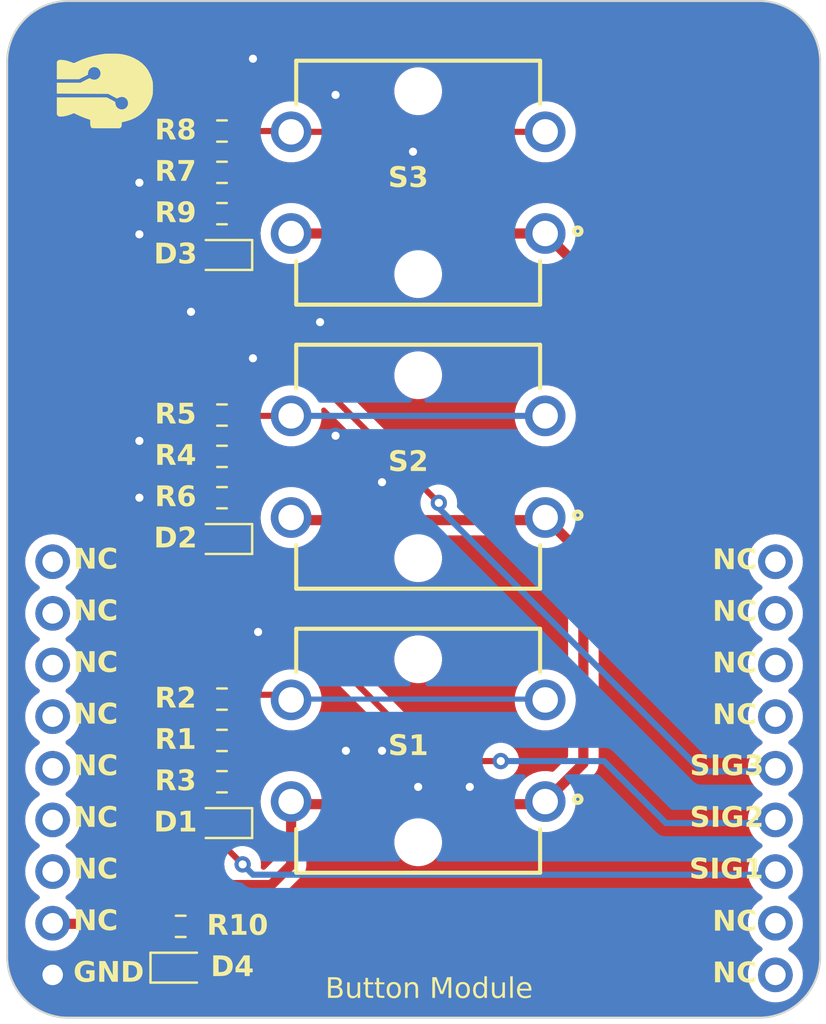
<source format=kicad_pcb>
(kicad_pcb (version 20240108) (generator "pcbnew") (generator_version "8.0")
  (layers (0 "F.Cu" signal) (31 "B.Cu" signal) (34 "B.Paste" user) (35 "F.Paste" user) (36 "B.SilkS" user "B.Silkscreen") (37 "F.SilkS" user "F.Silkscreen") (38 "B.Mask" user) (39 "F.Mask" user) (44 "Edge.Cuts" user))
  (net 0 "")
  (net 1 "GND")
  (net 2 "Net-(D1-A)")
  (net 3 "Net-(D2-A)")
  (net 4 "Net-(D3-A)")
  (net 5 "Net-(D4-A)")
  (net 6 "Net-(S1-COM_2)")
  (net 7 "SIG1")
  (net 8 "Net-(S2-COM_2)")
  (net 9 "SIG2")
  (net 10 "Net-(S3-COM_2)")
  (net 11 "SIG3")
  (net 12 "+3V3")
  (footprint "LED_SMD:LED_0603_1608Metric" (layer "F.Cu") (at 67.818 88.646 180)
    (property "Reference" "D1" (at 2.286 0 0) (layer "F.SilkS") (effects (font (thickness 0.15) (bold yes))))
    (property "Value" "LED")
    (fp_line (start 0.8 -0.735) (end -1.485 -0.735) (stroke (width 0.12)) (layer "F.SilkS"))
    (fp_line (start -1.485 0.735) (end 0.8 0.735) (stroke (width 0.12)) (layer "F.SilkS"))
    (fp_line (start -1.485 -0.735) (end -1.485 0.735) (stroke (width 0.12)) (layer "F.SilkS"))
    (pad "1" smd roundrect (at -0.7875 0 180) (size 0.875 0.95) (layers "F.Cu" "F.Paste" "F.Mask") (net 1 "GND"))
    (pad "2" smd roundrect (at 0.7875 0 180) (size 0.875 0.95) (layers "F.Cu" "F.Paste" "F.Mask") (net 2 "Net-(D1-A)"))
  )
  (footprint "Resistor_SMD:R_0603_1608Metric" (layer "F.Cu") (at 67.818 58.674 180)
    (property "Reference" "R9" (at 2.286 0 0) (layer "F.SilkS") (effects (font (thickness 0.15) (bold yes))))
    (property "Value" "1k")
    (fp_line (start -0.237258 0.5225) (end 0.237258 0.5225) (stroke (width 0.12)) (layer "F.SilkS"))
    (fp_line (start -0.237258 -0.5225) (end 0.237258 -0.5225) (stroke (width 0.12)) (layer "F.SilkS"))
    (pad "1" smd roundrect (at -0.825 0 180) (size 0.8 0.95) (layers "F.Cu" "F.Paste" "F.Mask") (net 10 "Net-(S3-COM_2)"))
    (pad "2" smd roundrect (at 0.825 0 180) (size 0.8 0.95) (layers "F.Cu" "F.Paste" "F.Mask") (net 11 "SIG3"))
  )
  (footprint "Resistor_SMD:R_0603_1608Metric" (layer "F.Cu") (at 67.818 72.644 180)
    (property "Reference" "R6" (at 2.286 0 0) (layer "F.SilkS") (effects (font (thickness 0.15) (bold yes))))
    (property "Value" "1k")
    (fp_line (start -0.237258 0.5225) (end 0.237258 0.5225) (stroke (width 0.12)) (layer "F.SilkS"))
    (fp_line (start -0.237258 -0.5225) (end 0.237258 -0.5225) (stroke (width 0.12)) (layer "F.SilkS"))
    (pad "1" smd roundrect (at -0.825 0 180) (size 0.8 0.95) (layers "F.Cu" "F.Paste" "F.Mask") (net 8 "Net-(S2-COM_2)"))
    (pad "2" smd roundrect (at 0.825 0 180) (size 0.8 0.95) (layers "F.Cu" "F.Paste" "F.Mask") (net 9 "SIG2"))
  )
  (footprint "meminle:B3F-4055" (layer "F.Cu") (at 77.47 85.09)
    (property "Reference" "S1" (at -0.488 -0.204 0) (layer "F.SilkS") (effects (font (thickness 0.2) (bold yes))))
    (property "Value" "B3F-5050" (hide yes))
    (fp_line (start -6 -6) (end -6 -3.849) (stroke (width 0.2)) (layer "F.SilkS"))
    (fp_line (start -6 -6) (end 6 -6) (stroke (width 0.2)) (layer "F.SilkS"))
    (fp_line (start -6 6) (end -6 3.849) (stroke (width 0.2)) (layer "F.SilkS"))
    (fp_line (start 6 -6) (end 6 -3.849) (stroke (width 0.2)) (layer "F.SilkS"))
    (fp_line (start 6 6) (end -6 6) (stroke (width 0.2)) (layer "F.SilkS"))
    (fp_line (start 6 6) (end 6 3.849) (stroke (width 0.2)) (layer "F.SilkS"))
    (fp_circle (center 7.855 2.384) (end 7.855 2.466) (stroke (width 0.2)) (fill none) (layer "F.SilkS"))
    (pad "" np_thru_hole circle (at 0 -4.5) (size 1.85 1.85) (drill 1.85) (layers "*.Cu" "*.Mask"))
    (pad "" np_thru_hole circle (at 0 4.5) (size 1.85 1.85) (drill 1.85) (layers "*.Cu" "*.Mask"))
    (pad "1" thru_hole circle (at 6.25 2.5) (size 2 2) (drill 1.25) (layers "*.Cu" "*.Mask") (net 12 "+3V3"))
    (pad "2" thru_hole circle (at 6.25 -2.5) (size 2 2) (drill 1.25) (layers "*.Cu" "*.Mask") (net 6 "Net-(S1-COM_2)"))
    (pad "3" thru_hole circle (at -6.25 2.5) (size 2 2) (drill 1.25) (layers "*.Cu" "*.Mask") (net 12 "+3V3"))
    (pad "4" thru_hole circle (at -6.25 -2.5) (size 2 2) (drill 1.25) (layers "*.Cu" "*.Mask") (net 6 "Net-(S1-COM_2)"))
  )
  (footprint "LED_SMD:LED_0603_1608Metric" (layer "F.Cu") (at 67.818 60.706 180)
    (property "Reference" "D3" (at 2.286 0 0) (layer "F.SilkS") (effects (font (thickness 0.15) (bold yes))))
    (property "Value" "LED")
    (fp_line (start 0.8 -0.735) (end -1.485 -0.735) (stroke (width 0.12)) (layer "F.SilkS"))
    (fp_line (start -1.485 0.735) (end 0.8 0.735) (stroke (width 0.12)) (layer "F.SilkS"))
    (fp_line (start -1.485 -0.735) (end -1.485 0.735) (stroke (width 0.12)) (layer "F.SilkS"))
    (pad "1" smd roundrect (at -0.7875 0 180) (size 0.875 0.95) (layers "F.Cu" "F.Paste" "F.Mask") (net 1 "GND"))
    (pad "2" smd roundrect (at 0.7875 0 180) (size 0.875 0.95) (layers "F.Cu" "F.Paste" "F.Mask") (net 4 "Net-(D3-A)"))
  )
  (footprint "Resistor_SMD:R_0603_1608Metric" (layer "F.Cu") (at 65.786 93.726)
    (property "Reference" "R10" (at 2.794 0 0) (layer "F.SilkS") (effects (font (thickness 0.15) (bold yes))))
    (property "Value" "470r")
    (fp_line (start -0.237258 -0.5225) (end 0.237258 -0.5225) (stroke (width 0.12)) (layer "F.SilkS"))
    (fp_line (start -0.237258 0.5225) (end 0.237258 0.5225) (stroke (width 0.12)) (layer "F.SilkS"))
    (pad "1" smd roundrect (at -0.825 0) (size 0.8 0.95) (layers "F.Cu" "F.Paste" "F.Mask") (net 12 "+3V3"))
    (pad "2" smd roundrect (at 0.825 0) (size 0.8 0.95) (layers "F.Cu" "F.Paste" "F.Mask") (net 5 "Net-(D4-A)"))
  )
  (footprint "Resistor_SMD:R_0603_1608Metric" (layer "F.Cu") (at 67.818 56.642 180)
    (property "Reference" "R7" (at 2.286 0 0) (layer "F.SilkS") (effects (font (thickness 0.15) (bold yes))))
    (property "Value" "1k")
    (fp_line (start -0.237258 0.5225) (end 0.237258 0.5225) (stroke (width 0.12)) (layer "F.SilkS"))
    (fp_line (start -0.237258 -0.5225) (end 0.237258 -0.5225) (stroke (width 0.12)) (layer "F.SilkS"))
    (pad "1" smd roundrect (at -0.825 0 180) (size 0.8 0.95) (layers "F.Cu" "F.Paste" "F.Mask") (net 10 "Net-(S3-COM_2)"))
    (pad "2" smd roundrect (at 0.825 0 180) (size 0.8 0.95) (layers "F.Cu" "F.Paste" "F.Mask") (net 4 "Net-(D3-A)"))
  )
  (footprint "LED_SMD:LED_0603_1608Metric" (layer "F.Cu") (at 67.818 74.676 180)
    (property "Reference" "D2" (at 2.286 0 0) (layer "F.SilkS") (effects (font (thickness 0.15) (bold yes))))
    (property "Value" "LED")
    (fp_line (start 0.8 -0.735) (end -1.485 -0.735) (stroke (width 0.12)) (layer "F.SilkS"))
    (fp_line (start -1.485 0.735) (end 0.8 0.735) (stroke (width 0.12)) (layer "F.SilkS"))
    (fp_line (start -1.485 -0.735) (end -1.485 0.735) (stroke (width 0.12)) (layer "F.SilkS"))
    (pad "1" smd roundrect (at -0.7875 0 180) (size 0.875 0.95) (layers "F.Cu" "F.Paste" "F.Mask") (net 1 "GND"))
    (pad "2" smd roundrect (at 0.7875 0 180) (size 0.875 0.95) (layers "F.Cu" "F.Paste" "F.Mask") (net 3 "Net-(D2-A)"))
  )
  (footprint "meminle:B3F-4055" (layer "F.Cu") (at 77.47 57.15)
    (property "Reference" "S3" (at -0.488 -0.204 0) (layer "F.SilkS") (effects (font (thickness 0.2) (bold yes))))
    (property "Value" "B3F-5050" (hide yes))
    (fp_line (start -6 -6) (end -6 -3.849) (stroke (width 0.2)) (layer "F.SilkS"))
    (fp_line (start -6 -6) (end 6 -6) (stroke (width 0.2)) (layer "F.SilkS"))
    (fp_line (start -6 6) (end -6 3.849) (stroke (width 0.2)) (layer "F.SilkS"))
    (fp_line (start 6 -6) (end 6 -3.849) (stroke (width 0.2)) (layer "F.SilkS"))
    (fp_line (start 6 6) (end -6 6) (stroke (width 0.2)) (layer "F.SilkS"))
    (fp_line (start 6 6) (end 6 3.849) (stroke (width 0.2)) (layer "F.SilkS"))
    (fp_circle (center 7.855 2.384) (end 7.855 2.466) (stroke (width 0.2)) (fill none) (layer "F.SilkS"))
    (pad "" np_thru_hole circle (at 0 -4.5) (size 1.85 1.85) (drill 1.85) (layers "*.Cu" "*.Mask"))
    (pad "" np_thru_hole circle (at 0 4.5) (size 1.85 1.85) (drill 1.85) (layers "*.Cu" "*.Mask"))
    (pad "1" thru_hole circle (at 6.25 2.5) (size 2 2) (drill 1.25) (layers "*.Cu" "*.Mask") (net 12 "+3V3"))
    (pad "2" thru_hole circle (at 6.25 -2.5) (size 2 2) (drill 1.25) (layers "*.Cu" "*.Mask") (net 10 "Net-(S3-COM_2)"))
    (pad "3" thru_hole circle (at -6.25 2.5) (size 2 2) (drill 1.25) (layers "*.Cu" "*.Mask") (net 12 "+3V3"))
    (pad "4" thru_hole circle (at -6.25 -2.5) (size 2 2) (drill 1.25) (layers "*.Cu" "*.Mask") (net 10 "Net-(S3-COM_2)"))
  )
  (footprint "Resistor_SMD:R_0603_1608Metric" (layer "F.Cu") (at 67.818 70.612 180)
    (property "Reference" "R4" (at 2.286 0 0) (layer "F.SilkS") (effects (font (thickness 0.15) (bold yes))))
    (property "Value" "1k")
    (fp_line (start -0.237258 0.5225) (end 0.237258 0.5225) (stroke (width 0.12)) (layer "F.SilkS"))
    (fp_line (start -0.237258 -0.5225) (end 0.237258 -0.5225) (stroke (width 0.12)) (layer "F.SilkS"))
    (pad "1" smd roundrect (at -0.825 0 180) (size 0.8 0.95) (layers "F.Cu" "F.Paste" "F.Mask") (net 8 "Net-(S2-COM_2)"))
    (pad "2" smd roundrect (at 0.825 0 180) (size 0.8 0.95) (layers "F.Cu" "F.Paste" "F.Mask") (net 3 "Net-(D2-A)"))
  )
  (footprint "Resistor_SMD:R_0603_1608Metric" (layer "F.Cu") (at 67.818 54.61 180)
    (property "Reference" "R8" (at 2.286 0 0) (layer "F.SilkS") (effects (font (thickness 0.15) (bold yes))))
    (property "Value" "10k")
    (fp_line (start -0.237258 0.5225) (end 0.237258 0.5225) (stroke (width 0.12)) (layer "F.SilkS"))
    (fp_line (start -0.237258 -0.5225) (end 0.237258 -0.5225) (stroke (width 0.12)) (layer "F.SilkS"))
    (pad "1" smd roundrect (at -0.825 0 180) (size 0.8 0.95) (layers "F.Cu" "F.Paste" "F.Mask") (net 10 "Net-(S3-COM_2)"))
    (pad "2" smd roundrect (at 0.825 0 180) (size 0.8 0.95) (layers "F.Cu" "F.Paste" "F.Mask") (net 1 "GND"))
  )
  (footprint "Resistor_SMD:R_0603_1608Metric" (layer "F.Cu") (at 67.818 86.614 180)
    (property "Reference" "R3" (at 2.286 0 0) (layer "F.SilkS") (effects (font (thickness 0.15) (bold yes))))
    (property "Value" "1k")
    (fp_line (start -0.237258 0.5225) (end 0.237258 0.5225) (stroke (width 0.12)) (layer "F.SilkS"))
    (fp_line (start -0.237258 -0.5225) (end 0.237258 -0.5225) (stroke (width 0.12)) (layer "F.SilkS"))
    (pad "1" smd roundrect (at -0.825 0 180) (size 0.8 0.95) (layers "F.Cu" "F.Paste" "F.Mask") (net 6 "Net-(S1-COM_2)"))
    (pad "2" smd roundrect (at 0.825 0 180) (size 0.8 0.95) (layers "F.Cu" "F.Paste" "F.Mask") (net 7 "SIG1"))
  )
  (footprint "Resistor_SMD:R_0603_1608Metric" (layer "F.Cu") (at 67.818 84.582 180)
    (property "Reference" "R1" (at 2.286 0 0) (layer "F.SilkS") (effects (font (thickness 0.15) (bold yes))))
    (property "Value" "1k")
    (fp_line (start -0.237258 0.5225) (end 0.237258 0.5225) (stroke (width 0.12)) (layer "F.SilkS"))
    (fp_line (start -0.237258 -0.5225) (end 0.237258 -0.5225) (stroke (width 0.12)) (layer "F.SilkS"))
    (pad "1" smd roundrect (at -0.825 0 180) (size 0.8 0.95) (layers "F.Cu" "F.Paste" "F.Mask") (net 6 "Net-(S1-COM_2)"))
    (pad "2" smd roundrect (at 0.825 0 180) (size 0.8 0.95) (layers "F.Cu" "F.Paste" "F.Mask") (net 2 "Net-(D1-A)"))
  )
  (footprint "air_module:air__module" (layer "F.Cu") (at 78.447046 92.274078)
    (property "Reference" "U2" (hide yes))
    (property "Value" "~")
    (fp_poly (pts (xy -15.919828 -41.46772) (xy -15.794819 -41.463456) (xy -15.682882 -41.456691) (xy -15.591248 -41.447486) (xy -15.55217 -41.441414) (xy -15.363715 -41.40026) (xy -15.193777 -41.349244) (xy -15.029815 -41.284285) (xy -14.93985 -41.242222) (xy -14.736255 -41.126802) (xy -14.557567 -40.992108) (xy -14.403364 -40.837626) (xy -14.273224 -40.662842) (xy -14.166726 -40.467242) (xy -14.083446 -40.250311) (xy -14.059967 -40.170215) (xy -14.047205 -40.118031) (xy -14.038092 -40.065675) (xy -14.032052 -40.00629) (xy -14.02851 -39.933017) (xy -14.026891 -39.838999) (xy -14.026606 -39.772365) (xy -14.026917 -39.66725) (xy -14.028625 -39.586371) (xy -14.032419 -39.52238) (xy -14.038985 -39.46793) (xy -14.049012 -39.415673) (xy -14.063188 -39.35826) (xy -14.066533 -39.345691) (xy -14.13996 -39.130254) (xy -14.239609 -38.931683) (xy -14.364393 -38.750964) (xy -14.513224 -38.589081) (xy -14.685014 -38.447019) (xy -14.878677 -38.325764) (xy -15.093124 -38.2263) (xy -15.327268 -38.149612) (xy -15.409781 -38.129217) (xy -15.563793 -38.094092) (xy -15.563793 -37.99215) (xy -15.565333 -37.934076) (xy -15.572265 -37.89642) (xy -15.588053 -37.868067) (xy -15.609966 -37.844035) (xy -15.656139 -37.797862) (xy -16.332634 -37.798343) (xy -16.5278 -37.79889) (xy -16.691434 -37.800233) (xy -16.823582 -37.802373) (xy -16.924293 -37.805312) (xy -16.993617 -37.80905) (xy -17.0316 -37.813588) (xy -17.038252 -37.815752) (xy -17.073951 -37.853432) (xy -17.097787 -37.918527) (xy -17.10999 -38.011855) (xy -17.111828 -38.077734) (xy -17.111853 -38.216457) (xy -17.311569 -38.284053) (xy -17.407859 -38.31896) (xy -17.51794 -38.362507) (xy -17.62752 -38.408865) (xy -17.713366 -38.44792) (xy -17.915448 -38.544191) (xy -18.059304 -38.485948) (xy -18.24851 -38.421691) (xy -18.429903 -38.385784) (xy -18.54646 -38.377194) (xy -18.606814 -38.376504) (xy -18.645195 -38.379939) (xy -18.671195 -38.390392) (xy -18.694409 -38.410756) (xy -18.708369 -38.426003) (xy -18.754589 -38.47759) (xy -18.754589 -38.895935) (xy -18.754589 -39.31428) (xy -17.521172 -39.31428) (xy -16.287756 -39.31428) (xy -16.078047 -39.2036) (xy -15.997086 -39.160442) (xy -15.940312 -39.128639) (xy -15.903739 -39.105257) (xy -15.88338 -39.087362) (xy -15.875249 -39.072019) (xy -15.875357 -39.056292) (xy -15.875659 -39.054631) (xy -15.874006 -39.001506) (xy -15.855482 -38.936678) (xy -15.824646 -38.871653) (xy -15.786056 -38.817939) (xy -15.779008 -38.810716) (xy -15.730473 -38.774545) (xy -15.67089 -38.744115) (xy -15.649045 -38.736298) (xy -15.555291 -38.722405) (xy -15.467628 -38.73589) (xy -15.389755 -38.772664) (xy -15.325372 -38.828637) (xy -15.278178 -38.899722) (xy -15.251873 -38.981829) (xy -15.250157 -39.070869) (xy -15.27232 -39.152663) (xy -15.322953 -39.237022) (xy -15.392016 -39.298225) (xy -15.474835 -39.334666) (xy -15.56674 -39.344738) (xy -15.663057 -39.326836) (xy -15.715298 -39.304952) (xy -15.796176 -39.264032) (xy -16.01565 -39.379983) (xy -16.235124 -39.495935) (xy -17.494856 -39.500249) (xy -18.754589 -39.504564) (xy -18.754589 -39.772731) (xy -18.754589 -40.040897) (xy -18.170354 -40.040897) (xy -17.586119 -40.040897) (xy -17.357886 -40.159521) (xy -17.259874 -40.209039) (xy -17.187081 -40.24264) (xy -17.14004 -40.260096) (xy -17.11929 -40.261182) (xy -17.118779 -40.26055) (xy -17.098615 -40.243692) (xy -17.060659 -40.22197) (xy -17.042721 -40.213356) (xy -16.95159 -40.187226) (xy -16.862926 -40.189098) (xy -16.780896 -40.215427) (xy -16.709666 -40.262667) (xy -16.653403 -40.327276) (xy -16.616274 -40.405706) (xy -16.602446 -40.494415) (xy -16.613045 -40.57888) (xy -16.650335 -40.665545) (xy -16.709446 -40.734865) (xy -16.784678 -40.783942) (xy -16.870333 -40.809879) (xy -16.960711 -40.809777) (xy -17.029165 -40.790454) (xy -17.11401 -40.740316) (xy -17.174446 -40.67059) (xy -17.21109 -40.580397) (xy -17.221784 -40.517411) (xy -17.230273 -40.433166) (xy -17.442491 -40.32391) (xy -17.654709 -40.214653) (xy -18.204649 -40.214653) (xy -18.754589 -40.214653) (xy -18.754589 -40.642361) (xy -18.754589 -41.070069) (xy -18.708416 -41.116242) (xy -18.681687 -41.140345) (xy -18.65529 -41.154171) (xy -18.619398 -41.160508) (xy -18.564182 -41.16214) (xy -18.546507 -41.16214) (xy -18.39938 -41.1515) (xy -18.248074 -41.119203) (xy -18.085153 -41.063641) (xy -18.0775 -41.060597) (xy -18.014393 -41.036218) (xy -17.960982 -41.017183) (xy -17.924941 -41.00615) (xy -17.915398 -41.004454) (xy -17.893578 -41.011115) (xy -17.849685 -41.029305) (xy -17.789856 -41.056335) (xy -17.720229 -41.089518) (xy -17.712008 -41.093539) (xy -17.488244 -41.191317) (xy -17.237896 -41.278642) (xy -16.964541 -41.354474) (xy -16.67175 -41.417776) (xy -16.48786 -41.449368) (xy -16.405958 -41.458533) (xy -16.300973 -41.464889) (xy -16.180136 -41.468498) (xy -16.050677 -41.469421)) (fill solid) (layer "F.SilkS"))
    (fp_poly (pts (xy -15.919828 -41.46772) (xy -15.794819 -41.463456) (xy -15.682882 -41.456691) (xy -15.591248 -41.447486) (xy -15.55217 -41.441414) (xy -15.363715 -41.40026) (xy -15.193777 -41.349244) (xy -15.029815 -41.284285) (xy -14.93985 -41.242222) (xy -14.736255 -41.126802) (xy -14.557567 -40.992108) (xy -14.403364 -40.837626) (xy -14.273224 -40.662842) (xy -14.166726 -40.467242) (xy -14.083446 -40.250311) (xy -14.059967 -40.170215) (xy -14.047205 -40.118031) (xy -14.038092 -40.065675) (xy -14.032052 -40.00629) (xy -14.02851 -39.933017) (xy -14.026891 -39.838999) (xy -14.026606 -39.772365) (xy -14.026917 -39.66725) (xy -14.028625 -39.586371) (xy -14.032419 -39.52238) (xy -14.038985 -39.46793) (xy -14.049012 -39.415673) (xy -14.063188 -39.35826) (xy -14.066533 -39.345691) (xy -14.13996 -39.130254) (xy -14.239609 -38.931683) (xy -14.364393 -38.750964) (xy -14.513224 -38.589081) (xy -14.685014 -38.447019) (xy -14.878677 -38.325764) (xy -15.093124 -38.2263) (xy -15.327268 -38.149612) (xy -15.409781 -38.129217) (xy -15.563793 -38.094092) (xy -15.563793 -37.99215) (xy -15.565333 -37.934076) (xy -15.572265 -37.89642) (xy -15.588053 -37.868067) (xy -15.609966 -37.844035) (xy -15.656139 -37.797862) (xy -16.332634 -37.798343) (xy -16.5278 -37.79889) (xy -16.691434 -37.800233) (xy -16.823582 -37.802373) (xy -16.924293 -37.805312) (xy -16.993617 -37.80905) (xy -17.0316 -37.813588) (xy -17.038252 -37.815752) (xy -17.073951 -37.853432) (xy -17.097787 -37.918527) (xy -17.10999 -38.011855) (xy -17.111828 -38.077734) (xy -17.111853 -38.216457) (xy -17.311569 -38.284053) (xy -17.407859 -38.31896) (xy -17.51794 -38.362507) (xy -17.62752 -38.408865) (xy -17.713366 -38.44792) (xy -17.915448 -38.544191) (xy -18.059304 -38.485948) (xy -18.24851 -38.421691) (xy -18.429903 -38.385784) (xy -18.54646 -38.377194) (xy -18.606814 -38.376504) (xy -18.645195 -38.379939) (xy -18.671195 -38.390392) (xy -18.694409 -38.410756) (xy -18.708369 -38.426003) (xy -18.754589 -38.47759) (xy -18.754589 -38.895935) (xy -18.754589 -39.31428) (xy -17.521172 -39.31428) (xy -16.287756 -39.31428) (xy -16.078047 -39.2036) (xy -15.997086 -39.160442) (xy -15.940312 -39.128639) (xy -15.903739 -39.105257) (xy -15.88338 -39.087362) (xy -15.875249 -39.072019) (xy -15.875357 -39.056292) (xy -15.875659 -39.054631) (xy -15.874006 -39.001506) (xy -15.855482 -38.936678) (xy -15.824646 -38.871653) (xy -15.786056 -38.817939) (xy -15.779008 -38.810716) (xy -15.730473 -38.774545) (xy -15.67089 -38.744115) (xy -15.649045 -38.736298) (xy -15.555291 -38.722405) (xy -15.467628 -38.73589) (xy -15.389755 -38.772664) (xy -15.325372 -38.828637) (xy -15.278178 -38.899722) (xy -15.251873 -38.981829) (xy -15.250157 -39.070869) (xy -15.27232 -39.152663) (xy -15.322953 -39.237022) (xy -15.392016 -39.298225) (xy -15.474835 -39.334666) (xy -15.56674 -39.344738) (xy -15.663057 -39.326836) (xy -15.715298 -39.304952) (xy -15.796176 -39.264032) (xy -16.01565 -39.379983) (xy -16.235124 -39.495935) (xy -17.494856 -39.500249) (xy -18.754589 -39.504564) (xy -18.754589 -39.772731) (xy -18.754589 -40.040897) (xy -18.170354 -40.040897) (xy -17.586119 -40.040897) (xy -17.357886 -40.159521) (xy -17.259874 -40.209039) (xy -17.187081 -40.24264) (xy -17.14004 -40.260096) (xy -17.11929 -40.261182) (xy -17.118779 -40.26055) (xy -17.098615 -40.243692) (xy -17.060659 -40.22197) (xy -17.042721 -40.213356) (xy -16.95159 -40.187226) (xy -16.862926 -40.189098) (xy -16.780896 -40.215427) (xy -16.709666 -40.262667) (xy -16.653403 -40.327276) (xy -16.616274 -40.405706) (xy -16.602446 -40.494415) (xy -16.613045 -40.57888) (xy -16.650335 -40.665545) (xy -16.709446 -40.734865) (xy -16.784678 -40.783942) (xy -16.870333 -40.809879) (xy -16.960711 -40.809777) (xy -17.029165 -40.790454) (xy -17.11401 -40.740316) (xy -17.174446 -40.67059) (xy -17.21109 -40.580397) (xy -17.221784 -40.517411) (xy -17.230273 -40.433166) (xy -17.442491 -40.32391) (xy -17.654709 -40.214653) (xy -18.204649 -40.214653) (xy -18.754589 -40.214653) (xy -18.754589 -40.642361) (xy -18.754589 -41.070069) (xy -18.708416 -41.116242) (xy -18.681687 -41.140345) (xy -18.65529 -41.154171) (xy -18.619398 -41.160508) (xy -18.564182 -41.16214) (xy -18.546507 -41.16214) (xy -18.39938 -41.1515) (xy -18.248074 -41.119203) (xy -18.085153 -41.063641) (xy -18.0775 -41.060597) (xy -18.014393 -41.036218) (xy -17.960982 -41.017183) (xy -17.924941 -41.00615) (xy -17.915398 -41.004454) (xy -17.893578 -41.011115) (xy -17.849685 -41.029305) (xy -17.789856 -41.056335) (xy -17.720229 -41.089518) (xy -17.712008 -41.093539) (xy -17.488244 -41.191317) (xy -17.237896 -41.278642) (xy -16.964541 -41.354474) (xy -16.67175 -41.417776) (xy -16.48786 -41.449368) (xy -16.405958 -41.458533) (xy -16.300973 -41.464889) (xy -16.180136 -41.468498) (xy -16.050677 -41.469421)) (fill solid) (layer "F.SilkS"))
    (fp_line (start -21.19868 2.94132) (end -21.19868 -41.05868) (stroke (width 0.1)) (layer "Edge.Cuts"))
    (fp_line (start -18.19868 -44.05868) (end 15.80132 -44.05868) (stroke (width 0.1)) (layer "Edge.Cuts"))
    (fp_line (start 15.80132 5.94132) (end -18.19868 5.94132) (stroke (width 0.1)) (layer "Edge.Cuts"))
    (fp_line (start 18.80132 -41.05868) (end 18.80132 2.94132) (stroke (width 0.1)) (layer "Edge.Cuts"))
    (fp_arc (start -21.19868 -41.05868) (mid -20.32 -43.18) (end -18.19868 -44.05868) (stroke (width 0.1)) (layer "Edge.Cuts"))
    (fp_arc (start -18.19868 5.94132) (mid -20.32 5.06264) (end -21.19868 2.94132) (stroke (width 0.1)) (layer "Edge.Cuts"))
    (fp_arc (start 15.80132 -44.05868) (mid 17.922626 -43.179986) (end 18.80132 -41.05868) (stroke (width 0.1)) (layer "Edge.Cuts"))
    (fp_arc (start 18.80132 2.94132) (mid 17.92264 5.06264) (end 15.80132 5.94132) (stroke (width 0.1)) (layer "Edge.Cuts"))
    (fp_text user "NC" (at -17.944246 -10.892478 0) (layer "F.SilkS") (effects (font (thickness 0.2) (bold yes)) (justify left bottom)))
    (fp_text user "NC" (at -17.944246 -13.432478 0) (layer "F.SilkS") (effects (font (thickness 0.2) (bold yes)) (justify left bottom)))
    (fp_text user "NC" (at 13.500954 -15.947078 0) (layer "F.SilkS") (effects (font (thickness 0.2) (bold yes)) (justify left bottom)))
    (fp_text user "Button Module" (at -5.549046 5.14112 0) (layer "F.SilkS") (effects (font (thickness 0.1)) (justify left bottom)))
    (fp_text user "NC" (at 13.500954 1.832922 0) (layer "F.SilkS") (effects (font (thickness 0.2) (bold yes)) (justify left bottom)))
    (fp_text user "NC" (at -17.944246 -8.352478 0) (layer "F.SilkS") (effects (font (thickness 0.2) (bold yes)) (justify left bottom)))
    (fp_text user "SIG2" (at 12.386588 -3.272478 0) (layer "F.SilkS") (effects (font (thickness 0.2) (bold yes)) (justify left bottom)))
    (fp_text user "NC" (at 13.500954 4.372922 0) (layer "F.SilkS") (effects (font (thickness 0.2) (bold yes)) (justify left bottom)))
    (fp_text user "NC" (at -17.944246 -13.432478 0) (layer "F.SilkS") (effects (font (thickness 0.2) (bold yes)) (justify left bottom)))
    (fp_text user "GND" (at -17.944246 4.347522 0) (layer "F.SilkS") (effects (font (thickness 0.2) (bold yes)) (justify left bottom)))
    (fp_text user "NC" (at -17.944246 1.807522 0) (layer "F.SilkS") (effects (font (thickness 0.2) (bold yes)) (justify left bottom)))
    (fp_text user "NC" (at -17.944246 -8.352478 0) (layer "F.SilkS") (effects (font (thickness 0.2) (bold yes)) (justify left bottom)))
    (fp_text user "NC" (at -17.944246 -3.272478 0) (layer "F.SilkS") (effects (font (thickness 0.2) (bold yes)) (justify left bottom)))
    (fp_text user "NC" (at 13.500954 -8.327078 0) (layer "F.SilkS") (effects (font (thickness 0.2) (bold yes)) (justify left bottom)))
    (fp_text user "NC" (at 13.500954 -13.407078 0) (layer "F.SilkS") (effects (font (thickness 0.2) (bold yes)) (justify left bottom)))
    (fp_text user "NC" (at 13.500954 -10.867078 0) (layer "F.SilkS") (effects (font (thickness 0.2) (bold yes)) (justify left bottom)))
    (fp_text user "NC" (at -17.944246 -10.892478 0) (layer "F.SilkS") (effects (font (thickness 0.2) (bold yes)) (justify left bottom)))
    (fp_text user "NC" (at -17.944246 -0.732478 0) (layer "F.SilkS") (effects (font (thickness 0.2) (bold yes)) (justify left bottom)))
    (fp_text user "SIG1" (at 12.357954 -0.732478 0) (layer "F.SilkS") (effects (font (thickness 0.2) (bold yes)) (justify left bottom)))
    (fp_text user "NC" (at -17.944246 -5.812478 0) (layer "F.SilkS") (effects (font (thickness 0.2) (bold yes)) (justify left bottom)))
    (fp_text user "SIG3" (at 12.386588 -5.812478 0) (layer "F.SilkS") (effects (font (thickness 0.2) (bold yes)) (justify left bottom)))
    (fp_text user "NC" (at -17.944246 -15.972478 0) (layer "F.SilkS") (effects (font (thickness 0.2) (bold yes)) (justify left bottom)))
    (pad "1" thru_hole oval (at -18.960246 -16.480478) (size 1.7 1.7) (drill 1) (layers "*.Cu" "*.Mask"))
    (pad "1" thru_hole oval (at -18.960246 -16.480478) (size 1.7 1.7) (drill 1) (layers "*.Cu" "*.Mask"))
    (pad "2" thru_hole oval (at -18.960246 -13.940478) (size 1.7 1.7) (drill 1) (layers "*.Cu" "*.Mask"))
    (pad "2" thru_hole oval (at -18.960246 -13.940478) (size 1.7 1.7) (drill 1) (layers "*.Cu" "*.Mask"))
    (pad "3" thru_hole oval (at -18.960246 -11.400478) (size 1.7 1.7) (drill 1) (layers "*.Cu" "*.Mask"))
    (pad "3" thru_hole oval (at -18.960246 -11.400478) (size 1.7 1.7) (drill 1) (layers "*.Cu" "*.Mask"))
    (pad "4" thru_hole oval (at -18.960246 -8.860478) (size 1.7 1.7) (drill 1) (layers "*.Cu" "*.Mask"))
    (pad "4" thru_hole oval (at -18.960246 -8.860478) (size 1.7 1.7) (drill 1) (layers "*.Cu" "*.Mask"))
    (pad "5" thru_hole oval (at -18.960246 -6.320478) (size 1.7 1.7) (drill 1) (layers "*.Cu" "*.Mask"))
    (pad "5" thru_hole oval (at -18.960246 -6.320478) (size 1.7 1.7) (drill 1) (layers "*.Cu" "*.Mask"))
    (pad "6" thru_hole oval (at -18.960246 -3.780478) (size 1.7 1.7) (drill 1) (layers "*.Cu" "*.Mask"))
    (pad "6" thru_hole oval (at -18.960246 -3.780478) (size 1.7 1.7) (drill 1) (layers "*.Cu" "*.Mask"))
    (pad "7" thru_hole oval (at -18.960246 -1.240478) (size 1.7 1.7) (drill 1) (layers "*.Cu" "*.Mask"))
    (pad "7" thru_hole oval (at -18.960246 -1.240478) (size 1.7 1.7) (drill 1) (layers "*.Cu" "*.Mask"))
    (pad "8" thru_hole oval (at -18.960246 1.299522) (size 1.7 1.7) (drill 1) (layers "*.Cu" "*.Mask") (net 12 "+3V3"))
    (pad "8" thru_hole oval (at -18.960246 1.299522) (size 1.7 1.7) (drill 1) (layers "*.Cu" "*.Mask") (net 12 "+3V3"))
    (pad "9" thru_hole oval (at -18.960246 3.839522) (size 1.7 1.7) (drill 1) (layers "*.Cu" "*.Mask") (net 1 "GND"))
    (pad "9" thru_hole oval (at -18.960246 3.839522) (size 1.7 1.7) (drill 1) (layers "*.Cu" "*.Mask") (net 1 "GND"))
    (pad "10" thru_hole oval (at 16.599754 3.839522) (size 1.7 1.7) (drill 1) (layers "*.Cu" "*.Mask"))
    (pad "10" thru_hole oval (at 16.599754 3.839522) (size 1.7 1.7) (drill 1) (layers "*.Cu" "*.Mask"))
    (pad "11" thru_hole oval (at 16.599754 1.299522) (size 1.7 1.7) (drill 1) (layers "*.Cu" "*.Mask"))
    (pad "11" thru_hole oval (at 16.599754 1.299522) (size 1.7 1.7) (drill 1) (layers "*.Cu" "*.Mask"))
    (pad "12" thru_hole oval (at 16.599754 -1.240478) (size 1.7 1.7) (drill 1) (layers "*.Cu" "*.Mask") (net 7 "SIG1"))
    (pad "12" thru_hole oval (at 16.599754 -1.240478) (size 1.7 1.7) (drill 1) (layers "*.Cu" "*.Mask") (net 7 "SIG1"))
    (pad "13" thru_hole oval (at 16.599754 -3.780478) (size 1.7 1.7) (drill 1) (layers "*.Cu" "*.Mask") (net 9 "SIG2"))
    (pad "13" thru_hole oval (at 16.599754 -3.780478) (size 1.7 1.7) (drill 1) (layers "*.Cu" "*.Mask") (net 9 "SIG2"))
    (pad "14" thru_hole oval (at 16.599754 -6.320478) (size 1.7 1.7) (drill 1) (layers "*.Cu" "*.Mask") (net 11 "SIG3"))
    (pad "14" thru_hole oval (at 16.599754 -6.320478) (size 1.7 1.7) (drill 1) (layers "*.Cu" "*.Mask") (net 11 "SIG3"))
    (pad "15" thru_hole oval (at 16.599754 -8.860478) (size 1.7 1.7) (drill 1) (layers "*.Cu" "*.Mask"))
    (pad "15" thru_hole oval (at 16.599754 -8.860478) (size 1.7 1.7) (drill 1) (layers "*.Cu" "*.Mask"))
    (pad "16" thru_hole oval (at 16.599754 -11.400478) (size 1.7 1.7) (drill 1) (layers "*.Cu" "*.Mask"))
    (pad "16" thru_hole oval (at 16.599754 -11.400478) (size 1.7 1.7) (drill 1) (layers "*.Cu" "*.Mask"))
    (pad "17" thru_hole oval (at 16.599754 -13.940478) (size 1.7 1.7) (drill 1) (layers "*.Cu" "*.Mask"))
    (pad "17" thru_hole oval (at 16.599754 -13.940478) (size 1.7 1.7) (drill 1) (layers "*.Cu" "*.Mask"))
    (pad "18" thru_hole oval (at 16.599754 -16.480478) (size 1.7 1.7) (drill 1) (layers "*.Cu" "*.Mask"))
    (pad "18" thru_hole oval (at 16.599754 -16.480478) (size 1.7 1.7) (drill 1) (layers "*.Cu" "*.Mask"))
  )
  (footprint "LED_SMD:LED_0603_1608Metric" (layer "F.Cu") (at 65.786 95.758)
    (property "Reference" "D4" (at 2.54 0 0) (layer "F.SilkS") (effects (font (thickness 0.15) (bold yes))))
    (property "Value" "LED")
    (fp_line (start -1.485 -0.735) (end -1.485 0.735) (stroke (width 0.12)) (layer "F.SilkS"))
    (fp_line (start -1.485 0.735) (end 0.8 0.735) (stroke (width 0.12)) (layer "F.SilkS"))
    (fp_line (start 0.8 -0.735) (end -1.485 -0.735) (stroke (width 0.12)) (layer "F.SilkS"))
    (pad "1" smd roundrect (at -0.7875 0) (size 0.875 0.95) (layers "F.Cu" "F.Paste" "F.Mask") (net 1 "GND"))
    (pad "2" smd roundrect (at 0.7875 0) (size 0.875 0.95) (layers "F.Cu" "F.Paste" "F.Mask") (net 5 "Net-(D4-A)"))
  )
  (footprint "Resistor_SMD:R_0603_1608Metric" (layer "F.Cu") (at 67.818 68.58 180)
    (property "Reference" "R5" (at 2.286 0 0) (layer "F.SilkS") (effects (font (thickness 0.15) (bold yes))))
    (property "Value" "10k")
    (fp_line (start -0.237258 0.5225) (end 0.237258 0.5225) (stroke (width 0.12)) (layer "F.SilkS"))
    (fp_line (start -0.237258 -0.5225) (end 0.237258 -0.5225) (stroke (width 0.12)) (layer "F.SilkS"))
    (pad "1" smd roundrect (at -0.825 0 180) (size 0.8 0.95) (layers "F.Cu" "F.Paste" "F.Mask") (net 8 "Net-(S2-COM_2)"))
    (pad "2" smd roundrect (at 0.825 0 180) (size 0.8 0.95) (layers "F.Cu" "F.Paste" "F.Mask") (net 1 "GND"))
  )
  (footprint "Resistor_SMD:R_0603_1608Metric" (layer "F.Cu") (at 67.818 82.55 180)
    (property "Reference" "R2" (at 2.286 0 0) (layer "F.SilkS") (effects (font (thickness 0.15) (bold yes))))
    (property "Value" "10k")
    (fp_line (start -0.237258 0.5225) (end 0.237258 0.5225) (stroke (width 0.12)) (layer "F.SilkS"))
    (fp_line (start -0.237258 -0.5225) (end 0.237258 -0.5225) (stroke (width 0.12)) (layer "F.SilkS"))
    (pad "1" smd roundrect (at -0.825 0 180) (size 0.8 0.95) (layers "F.Cu" "F.Paste" "F.Mask") (net 6 "Net-(S1-COM_2)"))
    (pad "2" smd roundrect (at 0.825 0 180) (size 0.8 0.95) (layers "F.Cu" "F.Paste" "F.Mask") (net 1 "GND"))
  )
  (footprint "meminle:B3F-4055" (layer "F.Cu") (at 77.47 71.12)
    (property "Reference" "S2" (at -0.488 -0.204 0) (layer "F.SilkS") (effects (font (thickness 0.2) (bold yes))))
    (property "Value" "B3F-5050" (hide yes))
    (fp_line (start -6 -6) (end -6 -3.849) (stroke (width 0.2)) (layer "F.SilkS"))
    (fp_line (start -6 -6) (end 6 -6) (stroke (width 0.2)) (layer "F.SilkS"))
    (fp_line (start -6 6) (end -6 3.849) (stroke (width 0.2)) (layer "F.SilkS"))
    (fp_line (start 6 -6) (end 6 -3.849) (stroke (width 0.2)) (layer "F.SilkS"))
    (fp_line (start 6 6) (end -6 6) (stroke (width 0.2)) (layer "F.SilkS"))
    (fp_line (start 6 6) (end 6 3.849) (stroke (width 0.2)) (layer "F.SilkS"))
    (fp_circle (center 7.855 2.384) (end 7.855 2.466) (stroke (width 0.2)) (fill none) (layer "F.SilkS"))
    (pad "" np_thru_hole circle (at 0 -4.5) (size 1.85 1.85) (drill 1.85) (layers "*.Cu" "*.Mask"))
    (pad "" np_thru_hole circle (at 0 4.5) (size 1.85 1.85) (drill 1.85) (layers "*.Cu" "*.Mask"))
    (pad "1" thru_hole circle (at 6.25 2.5) (size 2 2) (drill 1.25) (layers "*.Cu" "*.Mask") (net 12 "+3V3"))
    (pad "2" thru_hole circle (at 6.25 -2.5) (size 2 2) (drill 1.25) (layers "*.Cu" "*.Mask") (net 8 "Net-(S2-COM_2)"))
    (pad "3" thru_hole circle (at -6.25 2.5) (size 2 2) (drill 1.25) (layers "*.Cu" "*.Mask") (net 12 "+3V3"))
    (pad "4" thru_hole circle (at -6.25 -2.5) (size 2 2) (drill 1.25) (layers "*.Cu" "*.Mask") (net 8 "Net-(S2-COM_2)"))
  )
  (via (at 69.596 79.248) (size 0.8) (drill 0.4) (layers "F.Cu" "B.Cu") (net 1))
  (via (at 63.754 57.15) (size 0.8) (drill 0.4) (layers "F.Cu" "B.Cu") (net 1))
  (via (at 77.216 55.626) (size 0.8) (drill 0.4) (layers "F.Cu" "B.Cu") (net 1))
  (via (at 63.754 72.644) (size 0.8) (drill 0.4) (layers "F.Cu" "B.Cu") (net 1))
  (via (at 69.342 51.054) (size 0.8) (drill 0.4) (layers "F.Cu" "B.Cu") (net 1))
  (via (at 73.406 52.832) (size 0.8) (drill 0.4) (layers "F.Cu" "B.Cu") (net 1))
  (via (at 69.342 65.786) (size 0.8) (drill 0.4) (layers "F.Cu" "B.Cu") (net 1))
  (via (at 75.692 85.09) (size 0.8) (drill 0.4) (layers "F.Cu" "B.Cu") (net 1))
  (via (at 80.01 86.868) (size 0.8) (drill 0.4) (layers "F.Cu" "B.Cu") (net 1))
  (via (at 73.406 69.596) (size 0.8) (drill 0.4) (layers "F.Cu" "B.Cu") (net 1))
  (via (at 73.914 85.09) (size 0.8) (drill 0.4) (layers "F.Cu" "B.Cu") (net 1))
  (via (at 63.754 59.69) (size 0.8) (drill 0.4) (layers "F.Cu" "B.Cu") (net 1))
  (via (at 66.294 63.5) (size 0.8) (drill 0.4) (layers "F.Cu" "B.Cu") (net 1))
  (via (at 72.644 64.008) (size 0.8) (drill 0.4) (layers "F.Cu" "B.Cu") (net 1))
  (via (at 63.754 69.85) (size 0.8) (drill 0.4) (layers "F.Cu" "B.Cu") (net 1))
  (via (at 75.692 71.882) (size 0.8) (drill 0.4) (layers "F.Cu" "B.Cu") (net 1))
  (via (at 77.47 86.868) (size 0.8) (drill 0.4) (layers "F.Cu" "B.Cu") (net 1))
  (segment (start 66.993 84.582) (end 66.294 84.582) (width 0.3) (layer "F.Cu") (net 2))
  (segment (start 66.294 88.646) (end 65.786 88.138) (width 0.3) (layer "F.Cu") (net 2))
  (segment (start 66.294 84.582) (end 65.786 85.09) (width 0.3) (layer "F.Cu") (net 2))
  (segment (start 67.0305 88.646) (end 66.294 88.646) (width 0.3) (layer "F.Cu") (net 2))
  (segment (start 65.786 88.138) (end 65.786 85.09) (width 0.3) (layer "F.Cu") (net 2))
  (segment (start 66.993 70.612) (end 66.04 70.612) (width 0.3) (layer "F.Cu") (net 3))
  (segment (start 66.04 70.612) (end 65.532 71.12) (width 0.3) (layer "F.Cu") (net 3))
  (segment (start 66.04 74.676) (end 67.0305 74.676) (width 0.3) (layer "F.Cu") (net 3))
  (segment (start 65.532 74.168) (end 66.04 74.676) (width 0.3) (layer "F.Cu") (net 3))
  (segment (start 65.532 71.12) (end 65.532 74.168) (width 0.3) (layer "F.Cu") (net 3))
  (segment (start 65.786 57.15) (end 65.786 60.198) (width 0.3) (layer "F.Cu") (net 4))
  (segment (start 66.294 60.706) (end 67.0305 60.706) (width 0.3) (layer "F.Cu") (net 4))
  (segment (start 66.993 56.642) (end 66.294 56.642) (width 0.3) (layer "F.Cu") (net 4))
  (segment (start 65.786 60.198) (end 66.294 60.706) (width 0.3) (layer "F.Cu") (net 4))
  (segment (start 66.294 56.642) (end 65.786 57.15) (width 0.3) (layer "F.Cu") (net 4))
  (segment (start 66.611 93.726) (end 66.611 95.7205) (width 0.5) (layer "F.Cu") (net 5))
  (segment (start 66.611 95.7205) (end 66.5735 95.758) (width 0.5) (layer "F.Cu") (net 5))
  (segment (start 68.643 82.4832) (end 68.643 86.5472) (width 0.3) (layer "F.Cu") (net 6))
  (segment (start 68.7902 82.336) (end 68.643 82.4832) (width 0.3) (layer "F.Cu") (net 6))
  (segment (start 71.22 82.336) (end 68.7902 82.336) (width 0.3) (layer "F.Cu") (net 6))
  (segment (start 83.68 82.55) (end 83.72 82.59) (width 0.25) (layer "B.Cu") (net 6))
  (segment (start 71.22 82.59) (end 71.26 82.55) (width 0.25) (layer "B.Cu") (net 6))
  (segment (start 71.26 82.55) (end 83.68 82.55) (width 0.25) (layer "B.Cu") (net 6))
  (segment (start 67.818 87.439) (end 67.818 89.662) (width 0.3) (layer "F.Cu") (net 7))
  (segment (start 66.993 86.614) (end 67.818 87.439) (width 0.3) (layer "F.Cu") (net 7))
  (segment (start 67.818 89.662) (end 68.834 90.678) (width 0.3) (layer "F.Cu") (net 7))
  (via (at 68.834 90.678) (size 0.8) (drill 0.4) (layers "F.Cu" "B.Cu") (net 7))
  (segment (start 69.342 91.186) (end 95.024634 91.186) (width 0.3) (layer "B.Cu") (net 7))
  (segment (start 68.834 90.678) (end 69.342 91.186) (width 0.3) (layer "B.Cu") (net 7))
  (segment (start 68.643 68.58) (end 68.643 72.644) (width 0.3) (layer "F.Cu") (net 8))
  (segment (start 68.7418 68.62) (end 68.643 68.5212) (width 0.3) (layer "F.Cu") (net 8))
  (segment (start 71.22 68.62) (end 68.7418 68.62) (width 0.3) (layer "F.Cu") (net 8))
  (segment (start 71.22 68.62) (end 83.72 68.62) (width 0.3) (layer "B.Cu") (net 8))
  (segment (start 66.993 72.644) (end 67.818 73.469) (width 0.3) (layer "F.Cu") (net 9))
  (segment (start 78.248166 85.598) (end 81.534 85.598) (width 0.3) (layer "F.Cu") (net 9))
  (segment (start 67.818 73.469) (end 67.818 75.167834) (width 0.3) (layer "F.Cu") (net 9))
  (segment (start 67.818 75.167834) (end 78.248166 85.598) (width 0.3) (layer "F.Cu") (net 9))
  (via (at 81.534 85.598) (size 0.8) (drill 0.4) (layers "F.Cu" "B.Cu") (net 9))
  (segment (start 81.534 85.598) (end 86.614 85.598) (width 0.3) (layer "B.Cu") (net 9))
  (segment (start 89.662 88.646) (end 95.024634 88.646) (width 0.3) (layer "B.Cu") (net 9))
  (segment (start 86.614 85.598) (end 89.662 88.646) (width 0.3) (layer "B.Cu") (net 9))
  (segment (start 71.18 54.61) (end 68.643 54.61) (width 0.3) (layer "F.Cu") (net 10))
  (segment (start 71.22 54.65) (end 83.72 54.65) (width 0.3) (layer "F.Cu") (net 10))
  (segment (start 71.22 54.65) (end 71.18 54.61) (width 0.3) (layer "F.Cu") (net 10))
  (segment (start 68.643 54.61) (end 68.643 58.674) (width 0.3) (layer "F.Cu") (net 10))
  (segment (start 67.818 62.23) (end 67.818 59.499) (width 0.3) (layer "F.Cu") (net 11))
  (segment (start 78.486 72.898) (end 67.818 62.23) (width 0.3) (layer "F.Cu") (net 11))
  (segment (start 67.818 59.499) (end 66.993 58.674) (width 0.3) (layer "F.Cu") (net 11))
  (via (at 78.486 72.898) (size 0.8) (drill 0.4) (layers "F.Cu" "B.Cu") (net 11))
  (segment (start 78.486 72.898) (end 78.486 73.152) (width 0.3) (layer "B.Cu") (net 11))
  (segment (start 78.486 73.152) (end 91.44 86.106) (width 0.3) (layer "B.Cu") (net 11))
  (segment (start 91.44 86.106) (end 95.024634 86.106) (width 0.3) (layer "B.Cu") (net 11))
  (segment (start 64.961 92.519) (end 65.786 91.694) (width 0.5) (layer "F.Cu") (net 12))
  (segment (start 83.72 87.59) (end 83.592 87.718) (width 0.5) (layer "F.Cu") (net 12))
  (segment (start 83.72 87.59) (end 85.598 85.712) (width 0.5) (layer "F.Cu") (net 12))
  (segment (start 83.72 73.62) (end 83.592 73.748) (width 0.5) (layer "F.Cu") (net 12))
  (segment (start 71.348 87.718) (end 71.22 87.59) (width 0.5) (layer "F.Cu") (net 12))
  (segment (start 64.961 93.726) (end 64.961 92.519) (width 0.5) (layer "F.Cu") (net 12))
  (segment (start 85.598 76.454) (end 85.598 75.498) (width 0.5) (layer "F.Cu") (net 12))
  (segment (start 83.592 87.718) (end 71.348 87.718) (width 0.5) (layer "F.Cu") (net 12))
  (segment (start 83.72 73.62) (end 84.933 74.833) (width 0.5) (layer "F.Cu") (net 12))
  (segment (start 64.835635 93.600635) (end 64.961 93.726) (width 0.5) (layer "F.Cu") (net 12))
  (segment (start 85.598 85.712) (end 85.598 75.498) (width 0.5) (layer "F.Cu") (net 12))
  (segment (start 71.22 90.705) (end 71.22 87.59) (width 0.5) (layer "F.Cu") (net 12))
  (segment (start 65.786 91.694) (end 70.231 91.694) (width 0.5) (layer "F.Cu") (net 12))
  (segment (start 71.22 87.59) (end 71.223 87.593) (width 0.25) (layer "F.Cu") (net 12))
  (segment (start 59.616864 93.600635) (end 64.835635 93.600635) (width 0.5) (layer "F.Cu") (net 12))
  (segment (start 85.598 75.498) (end 83.72 73.62) (width 0.5) (layer "F.Cu") (net 12))
  (segment (start 85.598 61.528) (end 83.72 59.65) (width 0.5) (layer "F.Cu") (net 12))
  (segment (start 83.72 59.65) (end 71.22 59.65) (width 0.5) (layer "F.Cu") (net 12))
  (segment (start 85.598 75.498) (end 85.598 61.528) (width 0.5) (layer "F.Cu") (net 12))
  (segment (start 71.348 73.748) (end 71.22 73.62) (width 0.5) (layer "F.Cu") (net 12))
  (segment (start 70.231 91.694) (end 71.22 90.705) (width 0.5) (layer "F.Cu") (net 12))
  (segment (start 83.592 73.748) (end 71.348 73.748) (width 0.5) (layer "F.Cu") (net 12))
  (zone (net 1) (net_name "GND") (layers "F&B.Cu") (connect_pads yes (clearance 0.5)) (min_thickness 0.25) (fill yes (thermal_gap 0.5) (thermal_bridge_width 0.5))
    (polygon (pts (xy 56.896 48.26) (xy 97.536 48.26) (xy 97.536 98.552) (xy 56.896 98.552)))
  )
)
</source>
